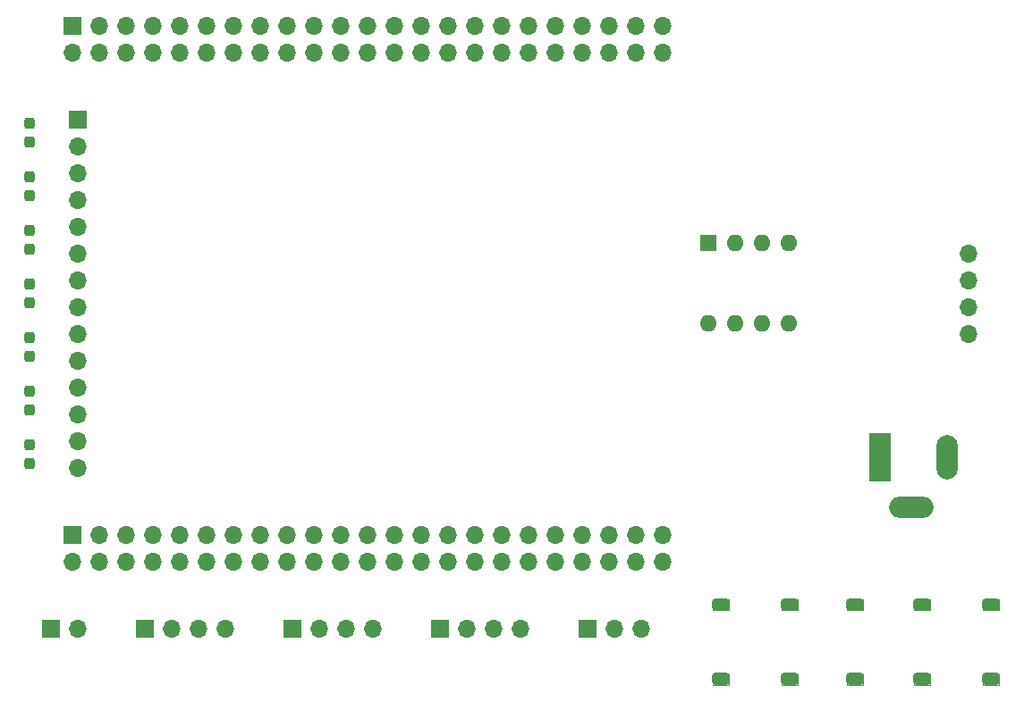
<source format=gbr>
%TF.GenerationSoftware,KiCad,Pcbnew,8.0.3*%
%TF.CreationDate,2024-06-28T15:17:55+09:00*%
%TF.ProjectId,KICAD-2,4b494341-442d-4322-9e6b-696361645f70,rev?*%
%TF.SameCoordinates,Original*%
%TF.FileFunction,Soldermask,Top*%
%TF.FilePolarity,Negative*%
%FSLAX46Y46*%
G04 Gerber Fmt 4.6, Leading zero omitted, Abs format (unit mm)*
G04 Created by KiCad (PCBNEW 8.0.3) date 2024-06-28 15:17:55*
%MOMM*%
%LPD*%
G01*
G04 APERTURE LIST*
G04 Aperture macros list*
%AMRoundRect*
0 Rectangle with rounded corners*
0 $1 Rounding radius*
0 $2 $3 $4 $5 $6 $7 $8 $9 X,Y pos of 4 corners*
0 Add a 4 corners polygon primitive as box body*
4,1,4,$2,$3,$4,$5,$6,$7,$8,$9,$2,$3,0*
0 Add four circle primitives for the rounded corners*
1,1,$1+$1,$2,$3*
1,1,$1+$1,$4,$5*
1,1,$1+$1,$6,$7*
1,1,$1+$1,$8,$9*
0 Add four rect primitives between the rounded corners*
20,1,$1+$1,$2,$3,$4,$5,0*
20,1,$1+$1,$4,$5,$6,$7,0*
20,1,$1+$1,$6,$7,$8,$9,0*
20,1,$1+$1,$8,$9,$2,$3,0*%
G04 Aperture macros list end*
%ADD10C,0.120000*%
%ADD11RoundRect,0.237500X-0.237500X0.287500X-0.237500X-0.287500X0.237500X-0.287500X0.237500X0.287500X0*%
%ADD12RoundRect,0.237500X0.237500X-0.287500X0.237500X0.287500X-0.237500X0.287500X-0.237500X-0.287500X0*%
%ADD13RoundRect,0.282500X0.537500X-0.282500X0.537500X0.282500X-0.537500X0.282500X-0.537500X-0.282500X0*%
%ADD14RoundRect,0.287500X0.532500X-0.287500X0.532500X0.287500X-0.532500X0.287500X-0.532500X-0.287500X0*%
%ADD15R,1.700000X1.700000*%
%ADD16O,1.700000X1.700000*%
%ADD17RoundRect,0.282500X-0.537500X0.282500X-0.537500X-0.282500X0.537500X-0.282500X0.537500X0.282500X0*%
%ADD18RoundRect,0.287500X-0.532500X0.287500X-0.532500X-0.287500X0.532500X-0.287500X0.532500X0.287500X0*%
%ADD19R,2.000000X4.600000*%
%ADD20O,2.000000X4.200000*%
%ADD21O,4.200000X2.000000*%
%ADD22R,1.600000X1.600000*%
%ADD23O,1.600000X1.600000*%
G04 APERTURE END LIST*
%TO.C,SW5*%
D10*
X172362750Y-115307750D02*
X173886750Y-115307750D01*
X173886750Y-114291750D01*
X172362750Y-114291750D01*
X172362750Y-115307750D01*
X172362750Y-122419750D02*
X173886750Y-122419750D01*
X173886750Y-121403750D01*
X172362750Y-121403750D01*
X172362750Y-122419750D01*
%TO.C,SW3*%
X199476750Y-114291750D02*
X197952750Y-114291750D01*
X197952750Y-115307750D01*
X199476750Y-115307750D01*
X199476750Y-114291750D01*
X199476750Y-121403750D02*
X197952750Y-121403750D01*
X197952750Y-122419750D01*
X199476750Y-122419750D01*
X199476750Y-121403750D01*
%TO.C,SW1*%
X180426750Y-114291750D02*
X178902750Y-114291750D01*
X178902750Y-115307750D01*
X180426750Y-115307750D01*
X180426750Y-114291750D01*
X180426750Y-121403750D02*
X178902750Y-121403750D01*
X178902750Y-122419750D01*
X180426750Y-122419750D01*
X180426750Y-121403750D01*
%TO.C,SW4*%
X191412750Y-115307750D02*
X192936750Y-115307750D01*
X192936750Y-114291750D01*
X191412750Y-114291750D01*
X191412750Y-115307750D01*
X191412750Y-122419750D02*
X192936750Y-122419750D01*
X192936750Y-121403750D01*
X191412750Y-121403750D01*
X191412750Y-122419750D01*
%TO.C,SW2*%
X185062750Y-115307750D02*
X186586750Y-115307750D01*
X186586750Y-114291750D01*
X185062750Y-114291750D01*
X185062750Y-115307750D01*
X185062750Y-122419750D02*
X186586750Y-122419750D01*
X186586750Y-121403750D01*
X185062750Y-121403750D01*
X185062750Y-122419750D01*
%TD*%
D11*
%TO.C,D4*%
X107696000Y-99709000D03*
X107696000Y-101459000D03*
%TD*%
D12*
%TO.C,D6*%
X107696000Y-86219000D03*
X107696000Y-84469000D03*
%TD*%
D13*
%TO.C,SW5*%
X173127750Y-121903750D03*
D14*
X173122750Y-114808750D03*
%TD*%
D12*
%TO.C,D2*%
X107696000Y-81139000D03*
X107696000Y-79389000D03*
%TD*%
D15*
%TO.C,J6*%
X132589750Y-117085750D03*
D16*
X135129750Y-117085750D03*
X137669750Y-117085750D03*
X140209750Y-117085750D03*
%TD*%
D15*
%TO.C,J8*%
X160529750Y-117085750D03*
D16*
X163069750Y-117085750D03*
X165609750Y-117085750D03*
%TD*%
D15*
%TO.C,J4*%
X109729750Y-117085750D03*
D16*
X112269750Y-117085750D03*
%TD*%
D11*
%TO.C,D8*%
X107696000Y-74309000D03*
X107696000Y-76059000D03*
%TD*%
D17*
%TO.C,SW3*%
X198711750Y-114807750D03*
D18*
X198716750Y-121902750D03*
%TD*%
D17*
%TO.C,SW1*%
X179661750Y-114807750D03*
D18*
X179666750Y-121902750D03*
%TD*%
D12*
%TO.C,D3*%
X107696000Y-70979000D03*
X107696000Y-69229000D03*
%TD*%
D13*
%TO.C,SW4*%
X192177750Y-121903750D03*
D14*
X192172750Y-114808750D03*
%TD*%
D11*
%TO.C,D5*%
X107696000Y-94629000D03*
X107696000Y-96379000D03*
%TD*%
D13*
%TO.C,SW2*%
X185827750Y-121903750D03*
D14*
X185822750Y-114808750D03*
%TD*%
D11*
%TO.C,D7*%
X107696000Y-89549000D03*
X107696000Y-91299000D03*
%TD*%
D15*
%TO.C,J3*%
X118619750Y-117085750D03*
D16*
X121159750Y-117085750D03*
X123699750Y-117085750D03*
X126239750Y-117085750D03*
%TD*%
D15*
%TO.C,J7*%
X146559750Y-117085750D03*
D16*
X149099750Y-117085750D03*
X151639750Y-117085750D03*
X154179750Y-117085750D03*
%TD*%
D15*
%TO.C,J5*%
X112300000Y-68834000D03*
D16*
X112300000Y-71374000D03*
X112300000Y-73914000D03*
X112300000Y-76454000D03*
X112300000Y-78994000D03*
X112300000Y-81534000D03*
X112300000Y-84074000D03*
X112300000Y-86614000D03*
X112300000Y-89154000D03*
X112300000Y-91694000D03*
X112300000Y-94234000D03*
X112300000Y-96774000D03*
X112300000Y-99314000D03*
X112300000Y-101854000D03*
X196600000Y-89154000D03*
X196600000Y-86614000D03*
X196600000Y-84074000D03*
X196600000Y-81534000D03*
%TD*%
D15*
%TO.C,J2*%
X111760000Y-59944000D03*
D16*
X111760000Y-62484000D03*
X114300000Y-59944000D03*
X114300000Y-62484000D03*
X116840000Y-59944000D03*
X116840000Y-62484000D03*
X119380000Y-59944000D03*
X119380000Y-62484000D03*
X121920000Y-59944000D03*
X121920000Y-62484000D03*
X124460000Y-59944000D03*
X124460000Y-62484000D03*
X127000000Y-59944000D03*
X127000000Y-62484000D03*
X129540000Y-59944000D03*
X129540000Y-62484000D03*
X132080000Y-59944000D03*
X132080000Y-62484000D03*
X134620000Y-59944000D03*
X134620000Y-62484000D03*
X137160000Y-59944000D03*
X137160000Y-62484000D03*
X139700000Y-59944000D03*
X139700000Y-62484000D03*
X142240000Y-59944000D03*
X142240000Y-62484000D03*
X144780000Y-59944000D03*
X144780000Y-62484000D03*
X147320000Y-59944000D03*
X147320000Y-62484000D03*
X149860000Y-59944000D03*
X149860000Y-62484000D03*
X152400000Y-59944000D03*
X152400000Y-62484000D03*
X154940000Y-59944000D03*
X154940000Y-62484000D03*
X157480000Y-59944000D03*
X157480000Y-62484000D03*
X160020000Y-59944000D03*
X160020000Y-62484000D03*
X162560000Y-59944000D03*
X162560000Y-62484000D03*
X165100000Y-59944000D03*
X165100000Y-62484000D03*
X167640000Y-59944000D03*
X167640000Y-62484000D03*
D15*
X111760000Y-108204000D03*
D16*
X111760000Y-110744000D03*
X114300000Y-108204000D03*
X114300000Y-110744000D03*
X116840000Y-108204000D03*
X116840000Y-110744000D03*
X119380000Y-108204000D03*
X119380000Y-110744000D03*
X121920000Y-108204000D03*
X121920000Y-110744000D03*
X124460000Y-108204000D03*
X124460000Y-110744000D03*
X127000000Y-108204000D03*
X127000000Y-110744000D03*
X129540000Y-108204000D03*
X129540000Y-110744000D03*
X132080000Y-108204000D03*
X132080000Y-110744000D03*
X134620000Y-108204000D03*
X134620000Y-110744000D03*
X137160000Y-108204000D03*
X137160000Y-110744000D03*
X139700000Y-108204000D03*
X139700000Y-110744000D03*
X142240000Y-108204000D03*
X142240000Y-110744000D03*
X144780000Y-108204000D03*
X144780000Y-110744000D03*
X147320000Y-108204000D03*
X147320000Y-110744000D03*
X149860000Y-108204000D03*
X149860000Y-110744000D03*
X152400000Y-108204000D03*
X152400000Y-110744000D03*
X154940000Y-108204000D03*
X154940000Y-110744000D03*
X157480000Y-108204000D03*
X157480000Y-110744000D03*
X160020000Y-108204000D03*
X160020000Y-110744000D03*
X162560000Y-108204000D03*
X162560000Y-110744000D03*
X165100000Y-108204000D03*
X165100000Y-110744000D03*
X167640000Y-108204000D03*
X167640000Y-110744000D03*
%TD*%
D19*
%TO.C,J1*%
X188264000Y-100838000D03*
D20*
X194564000Y-100838000D03*
D21*
X191164000Y-105638000D03*
%TD*%
D22*
%TO.C,U3*%
X171968000Y-80528000D03*
D23*
X174508000Y-80528000D03*
X177048000Y-80528000D03*
X179588000Y-80528000D03*
X179588000Y-88148000D03*
X177048000Y-88148000D03*
X174508000Y-88148000D03*
X171968000Y-88148000D03*
%TD*%
M02*

</source>
